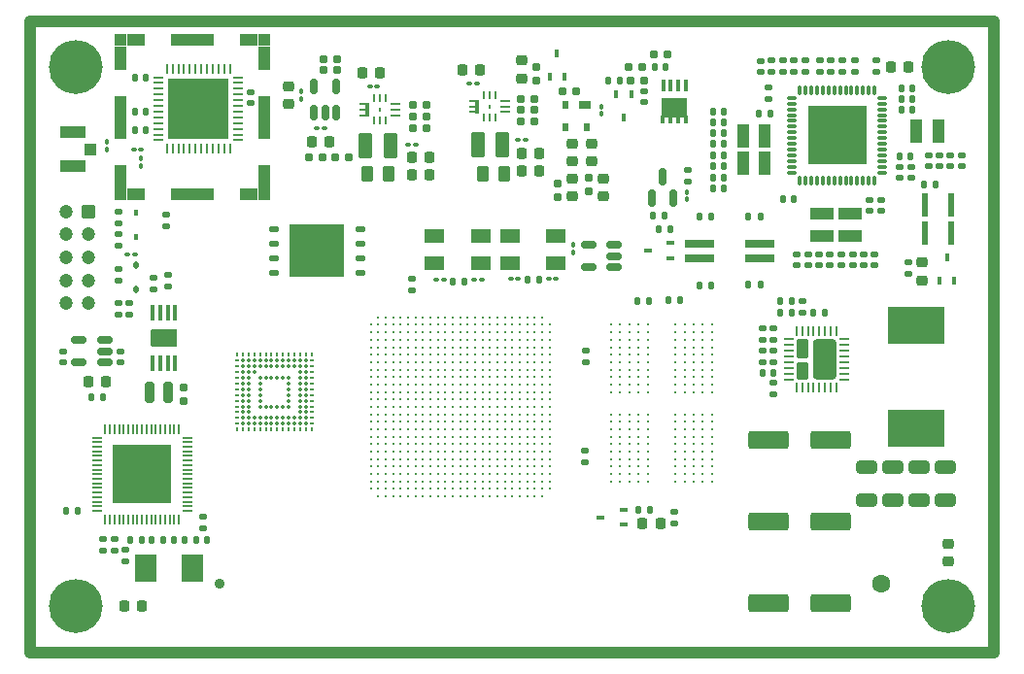
<source format=gbr>
%TF.GenerationSoftware,KiCad,Pcbnew,7.99.0-3539-g7abe2e3ea0*%
%TF.CreationDate,2023-11-26T19:51:46+01:00*%
%TF.ProjectId,SBC,5342432e-6b69-4636-9164-5f7063625858,rev?*%
%TF.SameCoordinates,Original*%
%TF.FileFunction,Soldermask,Top*%
%TF.FilePolarity,Negative*%
%FSLAX46Y46*%
G04 Gerber Fmt 4.6, Leading zero omitted, Abs format (unit mm)*
G04 Created by KiCad (PCBNEW 7.99.0-3539-g7abe2e3ea0) date 2023-11-26 19:51:46*
%MOMM*%
%LPD*%
G01*
G04 APERTURE LIST*
G04 Aperture macros list*
%AMRoundRect*
0 Rectangle with rounded corners*
0 $1 Rounding radius*
0 $2 $3 $4 $5 $6 $7 $8 $9 X,Y pos of 4 corners*
0 Add a 4 corners polygon primitive as box body*
4,1,4,$2,$3,$4,$5,$6,$7,$8,$9,$2,$3,0*
0 Add four circle primitives for the rounded corners*
1,1,$1+$1,$2,$3*
1,1,$1+$1,$4,$5*
1,1,$1+$1,$6,$7*
1,1,$1+$1,$8,$9*
0 Add four rect primitives between the rounded corners*
20,1,$1+$1,$2,$3,$4,$5,0*
20,1,$1+$1,$4,$5,$6,$7,0*
20,1,$1+$1,$6,$7,$8,$9,0*
20,1,$1+$1,$8,$9,$2,$3,0*%
G04 Aperture macros list end*
%ADD10C,1.000000*%
%ADD11RoundRect,0.218750X0.256250X-0.218750X0.256250X0.218750X-0.256250X0.218750X-0.256250X-0.218750X0*%
%ADD12RoundRect,0.135000X-0.135000X-0.185000X0.135000X-0.185000X0.135000X0.185000X-0.135000X0.185000X0*%
%ADD13RoundRect,0.250000X-0.350000X0.350000X-0.350000X-0.350000X0.350000X-0.350000X0.350000X0.350000X0*%
%ADD14C,1.200000*%
%ADD15RoundRect,0.125000X0.262500X0.125000X-0.262500X0.125000X-0.262500X-0.125000X0.262500X-0.125000X0*%
%ADD16R,4.700000X4.600000*%
%ADD17RoundRect,0.150000X0.512500X0.150000X-0.512500X0.150000X-0.512500X-0.150000X0.512500X-0.150000X0*%
%ADD18RoundRect,0.135000X0.135000X0.185000X-0.135000X0.185000X-0.135000X-0.185000X0.135000X-0.185000X0*%
%ADD19RoundRect,0.140000X-0.170000X0.140000X-0.170000X-0.140000X0.170000X-0.140000X0.170000X0.140000X0*%
%ADD20RoundRect,0.140000X0.140000X0.170000X-0.140000X0.170000X-0.140000X-0.170000X0.140000X-0.170000X0*%
%ADD21RoundRect,0.135000X0.185000X-0.135000X0.185000X0.135000X-0.185000X0.135000X-0.185000X-0.135000X0*%
%ADD22RoundRect,0.160000X-0.160000X0.197500X-0.160000X-0.197500X0.160000X-0.197500X0.160000X0.197500X0*%
%ADD23R,0.250000X0.700000*%
%ADD24R,0.900000X0.250000*%
%ADD25R,0.400000X1.250000*%
%ADD26R,0.250000X0.400000*%
%ADD27RoundRect,0.160000X-0.197500X-0.160000X0.197500X-0.160000X0.197500X0.160000X-0.197500X0.160000X0*%
%ADD28RoundRect,0.140000X0.170000X-0.140000X0.170000X0.140000X-0.170000X0.140000X-0.170000X-0.140000X0*%
%ADD29RoundRect,0.100000X-0.100000X0.130000X-0.100000X-0.130000X0.100000X-0.130000X0.100000X0.130000X0*%
%ADD30RoundRect,0.062500X0.062500X-0.337500X0.062500X0.337500X-0.062500X0.337500X-0.062500X-0.337500X0*%
%ADD31RoundRect,0.062500X0.337500X-0.062500X0.337500X0.062500X-0.337500X0.062500X-0.337500X-0.062500X0*%
%ADD32R,5.300000X5.300000*%
%ADD33R,2.000000X1.100000*%
%ADD34RoundRect,0.140000X-0.140000X-0.170000X0.140000X-0.170000X0.140000X0.170000X-0.140000X0.170000X0*%
%ADD35RoundRect,0.062500X-0.375000X-0.062500X0.375000X-0.062500X0.375000X0.062500X-0.375000X0.062500X0*%
%ADD36RoundRect,0.062500X-0.062500X-0.375000X0.062500X-0.375000X0.062500X0.375000X-0.062500X0.375000X0*%
%ADD37RoundRect,0.106599X0.418401X0.723401X-0.418401X0.723401X-0.418401X-0.723401X0.418401X-0.723401X0*%
%ADD38RoundRect,0.106599X0.418401X0.633401X-0.418401X0.633401X-0.418401X-0.633401X0.418401X-0.633401X0*%
%ADD39RoundRect,0.200000X0.785000X-1.540000X0.785000X1.540000X-0.785000X1.540000X-0.785000X-1.540000X0*%
%ADD40RoundRect,0.100000X-0.130000X-0.100000X0.130000X-0.100000X0.130000X0.100000X-0.130000X0.100000X0*%
%ADD41C,0.270000*%
%ADD42RoundRect,0.100000X0.100000X-0.130000X0.100000X0.130000X-0.100000X0.130000X-0.100000X-0.130000X0*%
%ADD43R,1.000000X1.000000*%
%ADD44R,1.000000X2.130000*%
%ADD45R,1.000000X3.800000*%
%ADD46R,1.650000X1.000000*%
%ADD47R,3.800000X1.000000*%
%ADD48RoundRect,0.225000X-0.225000X-0.250000X0.225000X-0.250000X0.225000X0.250000X-0.225000X0.250000X0*%
%ADD49RoundRect,0.160000X0.197500X0.160000X-0.197500X0.160000X-0.197500X-0.160000X0.197500X-0.160000X0*%
%ADD50RoundRect,0.135000X-0.185000X0.135000X-0.185000X-0.135000X0.185000X-0.135000X0.185000X0.135000X0*%
%ADD51RoundRect,0.250000X-0.650000X0.325000X-0.650000X-0.325000X0.650000X-0.325000X0.650000X0.325000X0*%
%ADD52R,1.100000X2.000000*%
%ADD53RoundRect,0.225000X0.225000X0.250000X-0.225000X0.250000X-0.225000X-0.250000X0.225000X-0.250000X0*%
%ADD54RoundRect,0.250000X1.500000X0.550000X-1.500000X0.550000X-1.500000X-0.550000X1.500000X-0.550000X0*%
%ADD55R,0.450000X0.700000*%
%ADD56RoundRect,0.218750X-0.218750X-0.256250X0.218750X-0.256250X0.218750X0.256250X-0.218750X0.256250X0*%
%ADD57O,0.200000X0.350000*%
%ADD58O,0.350000X0.200000*%
%ADD59C,0.350000*%
%ADD60RoundRect,0.100000X0.130000X0.100000X-0.130000X0.100000X-0.130000X-0.100000X0.130000X-0.100000X0*%
%ADD61R,0.700000X0.450000*%
%ADD62RoundRect,0.225000X0.250000X-0.225000X0.250000X0.225000X-0.250000X0.225000X-0.250000X-0.225000X0*%
%ADD63R,0.450000X1.450000*%
%ADD64C,0.300000*%
%ADD65RoundRect,0.076200X1.066800X0.685800X-1.066800X0.685800X-1.066800X-0.685800X1.066800X-0.685800X0*%
%ADD66C,3.100000*%
%ADD67C,4.700000*%
%ADD68RoundRect,0.173913X-0.226087X-0.726087X0.226087X-0.726087X0.226087X0.726087X-0.226087X0.726087X0*%
%ADD69RoundRect,0.025000X-0.225000X-0.975000X0.225000X-0.975000X0.225000X0.975000X-0.225000X0.975000X0*%
%ADD70R,0.450000X0.600000*%
%ADD71R,4.950000X3.175000*%
%ADD72C,0.330200*%
%ADD73RoundRect,0.067500X-0.357500X-0.067500X0.357500X-0.067500X0.357500X0.067500X-0.357500X0.067500X0*%
%ADD74RoundRect,0.067500X-0.067500X0.357500X-0.067500X-0.357500X0.067500X-0.357500X0.067500X0.357500X0*%
%ADD75R,5.060000X5.200000*%
%ADD76RoundRect,0.250000X0.262500X0.450000X-0.262500X0.450000X-0.262500X-0.450000X0.262500X-0.450000X0*%
%ADD77R,0.405000X0.990000*%
%ADD78R,2.235000X1.725000*%
%ADD79R,0.406250X0.760000*%
%ADD80R,1.900000X2.400000*%
%ADD81RoundRect,0.050000X0.362500X0.050000X-0.362500X0.050000X-0.362500X-0.050000X0.362500X-0.050000X0*%
%ADD82RoundRect,0.050000X0.050000X0.362500X-0.050000X0.362500X-0.050000X-0.362500X0.050000X-0.362500X0*%
%ADD83R,5.200000X5.200000*%
%ADD84R,2.650000X0.760000*%
%ADD85RoundRect,0.250000X-0.375000X-0.850000X0.375000X-0.850000X0.375000X0.850000X-0.375000X0.850000X0*%
%ADD86R,1.000000X0.700000*%
%ADD87R,0.600000X0.700000*%
%ADD88RoundRect,0.112500X0.112500X-0.187500X0.112500X0.187500X-0.112500X0.187500X-0.112500X-0.187500X0*%
%ADD89R,1.800000X1.200000*%
%ADD90R,1.050000X1.000000*%
%ADD91R,2.200000X1.050000*%
%ADD92RoundRect,0.225000X-0.250000X0.225000X-0.250000X-0.225000X0.250000X-0.225000X0.250000X0.225000X0*%
%ADD93RoundRect,0.150000X0.150000X-0.512500X0.150000X0.512500X-0.150000X0.512500X-0.150000X-0.512500X0*%
%ADD94RoundRect,0.150000X0.150000X-0.587500X0.150000X0.587500X-0.150000X0.587500X-0.150000X-0.587500X0*%
%ADD95C,1.600000*%
%ADD96C,0.900000*%
G04 APERTURE END LIST*
D10*
X57565481Y-77545014D02*
X141565481Y-77545014D01*
X141565481Y-132545014D01*
X57565481Y-132545014D01*
X57565481Y-77545014D01*
D11*
%TO.C,D4*%
X104809481Y-89762514D03*
X104809481Y-88187514D03*
%TD*%
D12*
%TO.C,R83*%
X60720000Y-120192900D03*
X61740000Y-120192900D03*
%TD*%
D13*
%TO.C,J2*%
X62677481Y-94118014D03*
D14*
X60677481Y-94118014D03*
X62677481Y-96118014D03*
X60677481Y-96118014D03*
X62677481Y-98118014D03*
X60677481Y-98118014D03*
X62677481Y-100118014D03*
X60677481Y-100118014D03*
X62677481Y-102118014D03*
X60677481Y-102118014D03*
%TD*%
D15*
%TO.C,U14*%
X86320000Y-99450014D03*
X86320000Y-98180014D03*
X86320000Y-96910014D03*
X86320000Y-95640014D03*
X78820000Y-95640014D03*
X78820000Y-96910014D03*
X78820000Y-98180014D03*
X78820000Y-99450014D03*
D16*
X82570000Y-97545014D03*
%TD*%
D17*
%TO.C,U10*%
X108486981Y-98951014D03*
X108486981Y-98001014D03*
X108486981Y-97051014D03*
X106211981Y-97051014D03*
X106211981Y-98951014D03*
%TD*%
D18*
%TO.C,R65*%
X111593381Y-120115414D03*
X110573381Y-120115414D03*
%TD*%
D19*
%TO.C,C17*%
X122343462Y-109070028D03*
X122343462Y-110030028D03*
%TD*%
D20*
%TO.C,C60*%
X124120000Y-93030400D03*
X123160000Y-93030400D03*
%TD*%
D21*
%TO.C,R3*%
X122318462Y-105355028D03*
X122318462Y-104335028D03*
%TD*%
D19*
%TO.C,C272*%
X65882500Y-123650400D03*
X65882500Y-124610400D03*
%TD*%
D22*
%TO.C,R31*%
X106206481Y-91168514D03*
X106206481Y-92363514D03*
%TD*%
D20*
%TO.C,C54*%
X118023462Y-92112527D03*
X117063462Y-92112527D03*
%TD*%
D19*
%TO.C,C266*%
X63920000Y-122712900D03*
X63920000Y-123672900D03*
%TD*%
%TO.C,C34*%
X129243462Y-97877528D03*
X129243462Y-98837528D03*
%TD*%
D11*
%TO.C,D5*%
X135314881Y-100151114D03*
X135314881Y-98576114D03*
%TD*%
D23*
%TO.C,U5*%
X87552481Y-86170014D03*
X88052481Y-86170014D03*
X88552481Y-86170014D03*
D24*
X89402481Y-85720014D03*
X89402481Y-85220014D03*
X89402481Y-84720014D03*
D23*
X88552481Y-84270014D03*
X88052481Y-84270014D03*
X87552481Y-84270014D03*
D24*
X86702481Y-85720014D03*
X86702481Y-85220014D03*
D25*
X86952481Y-85220014D03*
D24*
X86702481Y-84720014D03*
D26*
X88052481Y-85220014D03*
%TD*%
D18*
%TO.C,R85*%
X67292500Y-122730400D03*
X66272500Y-122730400D03*
%TD*%
D27*
%TO.C,R23*%
X83129981Y-81818014D03*
X84324981Y-81818014D03*
%TD*%
D21*
%TO.C,R75*%
X65277481Y-97128014D03*
X65277481Y-96108014D03*
%TD*%
D28*
%TO.C,C63*%
X111093000Y-84608000D03*
X111093000Y-83648000D03*
%TD*%
D21*
%TO.C,R9*%
X129458462Y-81970028D03*
X129458462Y-80950028D03*
%TD*%
D29*
%TO.C,C65*%
X81227481Y-83685514D03*
X81227481Y-84325514D03*
%TD*%
D19*
%TO.C,C39*%
X130193462Y-97877528D03*
X130193462Y-98837528D03*
%TD*%
D30*
%TO.C,U16*%
X69477481Y-88618014D03*
X69977481Y-88618014D03*
X70477481Y-88618014D03*
X70977481Y-88618014D03*
X71477481Y-88618014D03*
X71977481Y-88618014D03*
X72477481Y-88618014D03*
X72977481Y-88618014D03*
X73477481Y-88618014D03*
X73977481Y-88618014D03*
X74477481Y-88618014D03*
X74977481Y-88618014D03*
D31*
X75677481Y-87918014D03*
X75677481Y-87418014D03*
X75677481Y-86918014D03*
X75677481Y-86418014D03*
X75677481Y-85918014D03*
X75677481Y-85418014D03*
X75677481Y-84918014D03*
X75677481Y-84418014D03*
X75677481Y-83918014D03*
X75677481Y-83418014D03*
X75677481Y-82918014D03*
X75677481Y-82418014D03*
D30*
X74977481Y-81718014D03*
X74477481Y-81718014D03*
X73977481Y-81718014D03*
X73477481Y-81718014D03*
X72977481Y-81718014D03*
X72477481Y-81718014D03*
X71977481Y-81718014D03*
X71477481Y-81718014D03*
X70977481Y-81718014D03*
X70477481Y-81718014D03*
X69977481Y-81718014D03*
X69477481Y-81718014D03*
D31*
X68777481Y-82418014D03*
X68777481Y-82918014D03*
X68777481Y-83418014D03*
X68777481Y-83918014D03*
X68777481Y-84418014D03*
X68777481Y-84918014D03*
X68777481Y-85418014D03*
X68777481Y-85918014D03*
X68777481Y-86418014D03*
X68777481Y-86918014D03*
X68777481Y-87418014D03*
X68777481Y-87918014D03*
D32*
X72227481Y-85168014D03*
%TD*%
D19*
%TO.C,C38*%
X137780000Y-89230400D03*
X137780000Y-90190400D03*
%TD*%
%TO.C,C59*%
X130755962Y-93090028D03*
X130755962Y-94050028D03*
%TD*%
D33*
%TO.C,L5*%
X126593462Y-94325028D03*
X126593462Y-96225028D03*
%TD*%
D34*
%TO.C,C62*%
X133505962Y-85270028D03*
X134465962Y-85270028D03*
%TD*%
D35*
%TO.C,U2*%
X123655962Y-105270028D03*
X123655962Y-105770028D03*
X123655962Y-106270028D03*
X123655962Y-106770028D03*
X123655962Y-107270028D03*
X123655962Y-107770028D03*
X123655962Y-108270028D03*
X123655962Y-108770028D03*
D36*
X124343462Y-109457528D03*
X124843462Y-109457528D03*
X125343462Y-109457528D03*
X125843462Y-109457528D03*
X126343462Y-109457528D03*
X126843462Y-109457528D03*
X127343462Y-109457528D03*
X127843462Y-109457528D03*
D35*
X128530962Y-108770028D03*
X128530962Y-108270028D03*
X128530962Y-107770028D03*
X128530962Y-107270028D03*
X128530962Y-106770028D03*
X128530962Y-106270028D03*
X128530962Y-105770028D03*
X128530962Y-105270028D03*
D36*
X127843462Y-104582528D03*
X127343462Y-104582528D03*
X126843462Y-104582528D03*
X126343462Y-104582528D03*
X125843462Y-104582528D03*
X125343462Y-104582528D03*
X124843462Y-104582528D03*
X124343462Y-104582528D03*
D37*
X124878462Y-106110028D03*
D38*
X124878462Y-108020028D03*
D39*
X126848462Y-107020028D03*
%TD*%
D40*
%TO.C,C74*%
X90526481Y-88268014D03*
X91166481Y-88268014D03*
%TD*%
D20*
%TO.C,C1*%
X122373462Y-108170028D03*
X121413462Y-108170028D03*
%TD*%
D21*
%TO.C,R1*%
X122318462Y-107280028D03*
X122318462Y-106260028D03*
%TD*%
D41*
%TO.C,U12*%
X108195000Y-104005400D03*
X108995000Y-104005400D03*
X109795000Y-104005400D03*
X110595000Y-104005400D03*
X111395000Y-104005400D03*
X113795000Y-104005400D03*
X114595000Y-104005400D03*
X115395000Y-104005400D03*
X116195000Y-104005400D03*
X116995000Y-104005400D03*
X108195000Y-117005400D03*
X108995000Y-117005400D03*
X109795000Y-117005400D03*
X110595000Y-117005400D03*
X111395000Y-117005400D03*
X113795000Y-117005400D03*
X114595000Y-117005400D03*
X115395000Y-117005400D03*
X116195000Y-117005400D03*
X116995000Y-117005400D03*
X108195000Y-117655400D03*
X108995000Y-117655400D03*
X109795000Y-117655400D03*
X110595000Y-117655400D03*
X111395000Y-117655400D03*
X113795000Y-117655400D03*
X114595000Y-117655400D03*
X115395000Y-117655400D03*
X116195000Y-117655400D03*
X116995000Y-117655400D03*
X108195000Y-104655400D03*
X108995000Y-104655400D03*
X109795000Y-104655400D03*
X110595000Y-104655400D03*
X111395000Y-104655400D03*
X113795000Y-104655400D03*
X114595000Y-104655400D03*
X115395000Y-104655400D03*
X116195000Y-104655400D03*
X116995000Y-104655400D03*
X108195000Y-105305400D03*
X108995000Y-105305400D03*
X109795000Y-105305400D03*
X110595000Y-105305400D03*
X111395000Y-105305400D03*
X113795000Y-105305400D03*
X114595000Y-105305400D03*
X115395000Y-105305400D03*
X116195000Y-105305400D03*
X116995000Y-105305400D03*
X108195000Y-105955400D03*
X108995000Y-105955400D03*
X109795000Y-105955400D03*
X110595000Y-105955400D03*
X111395000Y-105955400D03*
X113795000Y-105955400D03*
X114595000Y-105955400D03*
X115395000Y-105955400D03*
X116195000Y-105955400D03*
X116995000Y-105955400D03*
X108195000Y-106605400D03*
X108995000Y-106605400D03*
X109795000Y-106605400D03*
X110595000Y-106605400D03*
X111395000Y-106605400D03*
X113795000Y-106605400D03*
X114595000Y-106605400D03*
X115395000Y-106605400D03*
X116195000Y-106605400D03*
X116995000Y-106605400D03*
X108195000Y-107255400D03*
X108995000Y-107255400D03*
X109795000Y-107255400D03*
X110595000Y-107255400D03*
X111395000Y-107255400D03*
X113795000Y-107255400D03*
X114595000Y-107255400D03*
X115395000Y-107255400D03*
X116195000Y-107255400D03*
X116995000Y-107255400D03*
X108195000Y-107905400D03*
X108995000Y-107905400D03*
X109795000Y-107905400D03*
X110595000Y-107905400D03*
X111395000Y-107905400D03*
X113795000Y-107905400D03*
X114595000Y-107905400D03*
X115395000Y-107905400D03*
X116195000Y-107905400D03*
X116995000Y-107905400D03*
X108195000Y-108555400D03*
X108995000Y-108555400D03*
X109795000Y-108555400D03*
X110595000Y-108555400D03*
X111395000Y-108555400D03*
X113795000Y-108555400D03*
X114595000Y-108555400D03*
X115395000Y-108555400D03*
X116195000Y-108555400D03*
X116995000Y-108555400D03*
X108195000Y-109205400D03*
X108995000Y-109205400D03*
X109795000Y-109205400D03*
X110595000Y-109205400D03*
X111395000Y-109205400D03*
X113795000Y-109205400D03*
X114595000Y-109205400D03*
X115395000Y-109205400D03*
X116195000Y-109205400D03*
X116995000Y-109205400D03*
X108195000Y-109855400D03*
X108995000Y-109855400D03*
X109795000Y-109855400D03*
X110595000Y-109855400D03*
X111395000Y-109855400D03*
X113795000Y-109855400D03*
X114595000Y-109855400D03*
X115395000Y-109855400D03*
X116195000Y-109855400D03*
X116995000Y-109855400D03*
X108195000Y-111805400D03*
X108995000Y-111805400D03*
X109795000Y-111805400D03*
X110595000Y-111805400D03*
X111395000Y-111805400D03*
X113795000Y-111805400D03*
X114595000Y-111805400D03*
X115395000Y-111805400D03*
X116195000Y-111805400D03*
X116995000Y-111805400D03*
X108195000Y-112455400D03*
X108995000Y-112455400D03*
X109795000Y-112455400D03*
X110595000Y-112455400D03*
X111395000Y-112455400D03*
X113795000Y-112455400D03*
X114595000Y-112455400D03*
X115395000Y-112455400D03*
X116195000Y-112455400D03*
X116995000Y-112455400D03*
X108195000Y-113105400D03*
X108995000Y-113105400D03*
X109795000Y-113105400D03*
X110595000Y-113105400D03*
X111395000Y-113105400D03*
X113795000Y-113105400D03*
X114595000Y-113105400D03*
X115395000Y-113105400D03*
X116195000Y-113105400D03*
X116995000Y-113105400D03*
X108195000Y-113755400D03*
X108995000Y-113755400D03*
X109795000Y-113755400D03*
X110595000Y-113755400D03*
X111395000Y-113755400D03*
X113795000Y-113755400D03*
X114595000Y-113755400D03*
X115395000Y-113755400D03*
X116195000Y-113755400D03*
X116995000Y-113755400D03*
X108195000Y-114405400D03*
X108995000Y-114405400D03*
X109795000Y-114405400D03*
X110595000Y-114405400D03*
X111395000Y-114405400D03*
X113795000Y-114405400D03*
X114595000Y-114405400D03*
X115395000Y-114405400D03*
X116195000Y-114405400D03*
X116995000Y-114405400D03*
X108195000Y-115055400D03*
X108995000Y-115055400D03*
X109795000Y-115055400D03*
X110595000Y-115055400D03*
X111395000Y-115055400D03*
X113795000Y-115055400D03*
X114595000Y-115055400D03*
X115395000Y-115055400D03*
X116195000Y-115055400D03*
X116995000Y-115055400D03*
X108195000Y-115705400D03*
X108995000Y-115705400D03*
X109795000Y-115705400D03*
X110595000Y-115705400D03*
X111395000Y-115705400D03*
X113795000Y-115705400D03*
X114595000Y-115705400D03*
X115395000Y-115705400D03*
X116195000Y-115705400D03*
X116995000Y-115705400D03*
X108195000Y-116355400D03*
X108995000Y-116355400D03*
X109795000Y-116355400D03*
X110595000Y-116355400D03*
X111395000Y-116355400D03*
X113795000Y-116355400D03*
X114595000Y-116355400D03*
X115395000Y-116355400D03*
X116195000Y-116355400D03*
X116995000Y-116355400D03*
%TD*%
D42*
%TO.C,C289*%
X64262481Y-88699014D03*
X64262481Y-88059014D03*
%TD*%
D43*
%TO.C,J4*%
X65444481Y-79175014D03*
D44*
X65444481Y-80740014D03*
D45*
X65444481Y-85905014D03*
D44*
X65444481Y-91070014D03*
D43*
X65444481Y-92635014D03*
D46*
X66769481Y-79175014D03*
X66769481Y-92635014D03*
D47*
X71694481Y-79175014D03*
X71694481Y-92635014D03*
D46*
X76619481Y-79175014D03*
X76619481Y-92635014D03*
D43*
X77944481Y-79175014D03*
D44*
X77944481Y-80740014D03*
D45*
X77944481Y-85905014D03*
D44*
X77944481Y-91070014D03*
D43*
X77944481Y-92635014D03*
%TD*%
D20*
%TO.C,C293*%
X67657481Y-85418014D03*
X66697481Y-85418014D03*
%TD*%
D48*
%TO.C,C75*%
X90833481Y-90935014D03*
X92383481Y-90935014D03*
%TD*%
D49*
%TO.C,R17*%
X111090500Y-82728000D03*
X109895500Y-82728000D03*
%TD*%
D50*
%TO.C,R14*%
X124143462Y-80935028D03*
X124143462Y-81955028D03*
%TD*%
D51*
%TO.C,C46*%
X130443462Y-116370028D03*
X130443462Y-119320028D03*
%TD*%
D18*
%TO.C,R55*%
X111503000Y-101924200D03*
X110483000Y-101924200D03*
%TD*%
D50*
%TO.C,R7*%
X124875481Y-101910614D03*
X124875481Y-102930614D03*
%TD*%
D52*
%TO.C,L1*%
X121568462Y-87525028D03*
X119668462Y-87525028D03*
%TD*%
D53*
%TO.C,C261*%
X134115481Y-81545014D03*
X132565481Y-81545014D03*
%TD*%
D40*
%TO.C,C86*%
X95853286Y-82964214D03*
X96493286Y-82964214D03*
%TD*%
D29*
%TO.C,C140*%
X104916581Y-97051014D03*
X104916581Y-97691014D03*
%TD*%
D50*
%TO.C,R47*%
X114865481Y-90535014D03*
X114865481Y-91555014D03*
%TD*%
D20*
%TO.C,C49*%
X118023462Y-90175861D03*
X117063462Y-90175861D03*
%TD*%
D21*
%TO.C,R10*%
X123193462Y-81955028D03*
X123193462Y-80935028D03*
%TD*%
D54*
%TO.C,C20*%
X127293462Y-121170028D03*
X121893462Y-121170028D03*
%TD*%
D48*
%TO.C,C85*%
X100412286Y-90584214D03*
X101962286Y-90584214D03*
%TD*%
D52*
%TO.C,L4*%
X134818462Y-87125028D03*
X136718462Y-87125028D03*
%TD*%
D20*
%TO.C,C44*%
X118023462Y-89207528D03*
X117063462Y-89207528D03*
%TD*%
D48*
%TO.C,C73*%
X82094481Y-88033514D03*
X83644481Y-88033514D03*
%TD*%
D55*
%TO.C,Q3*%
X102831767Y-82347095D03*
X104131767Y-82347095D03*
X103481767Y-80347095D03*
%TD*%
D19*
%TO.C,C53*%
X131705962Y-93090028D03*
X131705962Y-94050028D03*
%TD*%
D20*
%TO.C,C292*%
X67657481Y-87018014D03*
X66697481Y-87018014D03*
%TD*%
D19*
%TO.C,C26*%
X128318462Y-80965028D03*
X128318462Y-81925028D03*
%TD*%
D56*
%TO.C,FB4*%
X62632500Y-108992900D03*
X64207500Y-108992900D03*
%TD*%
D49*
%TO.C,R25*%
X92078981Y-86871014D03*
X90883981Y-86871014D03*
%TD*%
D40*
%TO.C,C137*%
X102743481Y-99963014D03*
X103383481Y-99963014D03*
%TD*%
D28*
%TO.C,C64*%
X65470000Y-107258462D03*
X65470000Y-106298462D03*
%TD*%
D12*
%TO.C,R67*%
X115934681Y-94563014D03*
X116954681Y-94563014D03*
%TD*%
D52*
%TO.C,L2*%
X121568462Y-89925028D03*
X119668462Y-89925028D03*
%TD*%
D48*
%TO.C,C76*%
X86515481Y-82045014D03*
X88065481Y-82045014D03*
%TD*%
D57*
%TO.C,U13*%
X75600000Y-106625000D03*
X76100000Y-106625000D03*
X76600000Y-106625000D03*
X77100000Y-106625000D03*
X77600000Y-106625000D03*
X78100000Y-106625000D03*
X78600000Y-106625000D03*
X79100000Y-106625000D03*
X79600000Y-106625000D03*
X80100000Y-106625000D03*
X80600000Y-106625000D03*
X81100000Y-106625000D03*
X81600000Y-106625000D03*
X82100000Y-106625000D03*
D58*
X75600000Y-107125000D03*
D59*
X76100000Y-107125000D03*
X76600000Y-107125000D03*
X77100000Y-107125000D03*
X77600000Y-107125000D03*
X78100000Y-107125000D03*
X78600000Y-107125000D03*
X79100000Y-107125000D03*
X79600000Y-107125000D03*
X80100000Y-107125000D03*
X80600000Y-107125000D03*
X81100000Y-107125000D03*
X81600000Y-107125000D03*
D58*
X82100000Y-107125000D03*
X75600000Y-107625000D03*
D59*
X76100000Y-107625000D03*
X76600000Y-107625000D03*
X77100000Y-107625000D03*
X77600000Y-107625000D03*
X78100000Y-107625000D03*
X78600000Y-107625000D03*
X79100000Y-107625000D03*
X79600000Y-107625000D03*
X80100000Y-107625000D03*
X80600000Y-107625000D03*
X81100000Y-107625000D03*
X81600000Y-107625000D03*
D58*
X82100000Y-107625000D03*
X75600000Y-108125000D03*
D59*
X76100000Y-108125000D03*
X76600000Y-108125000D03*
X77100000Y-108125000D03*
X81100000Y-108125000D03*
X81600000Y-108125000D03*
D58*
X82100000Y-108125000D03*
X75600000Y-108625000D03*
D59*
X76100000Y-108625000D03*
X76600000Y-108625000D03*
X77600000Y-108625000D03*
X78100000Y-108625000D03*
X78600000Y-108625000D03*
X79100000Y-108625000D03*
X79600000Y-108625000D03*
X80100000Y-108625000D03*
X81100000Y-108625000D03*
X81600000Y-108625000D03*
D58*
X82100000Y-108625000D03*
X75600000Y-109125000D03*
D59*
X76100000Y-109125000D03*
X76600000Y-109125000D03*
X77600000Y-109125000D03*
X80100000Y-109125000D03*
X81100000Y-109125000D03*
X81600000Y-109125000D03*
D58*
X82100000Y-109125000D03*
X75600000Y-109625000D03*
D59*
X76100000Y-109625000D03*
X76600000Y-109625000D03*
X77600000Y-109625000D03*
X80100000Y-109625000D03*
X81100000Y-109625000D03*
X81600000Y-109625000D03*
D58*
X82100000Y-109625000D03*
X75600000Y-110125000D03*
D59*
X76100000Y-110125000D03*
X76600000Y-110125000D03*
X77600000Y-110125000D03*
X80100000Y-110125000D03*
X81100000Y-110125000D03*
X81600000Y-110125000D03*
D58*
X82100000Y-110125000D03*
X75600000Y-110625000D03*
D59*
X76100000Y-110625000D03*
X76600000Y-110625000D03*
X77600000Y-110625000D03*
X80100000Y-110625000D03*
X81100000Y-110625000D03*
X81600000Y-110625000D03*
D58*
X82100000Y-110625000D03*
X75600000Y-111125000D03*
D59*
X76100000Y-111125000D03*
X76600000Y-111125000D03*
X77600000Y-111125000D03*
X78100000Y-111125000D03*
X78600000Y-111125000D03*
X79100000Y-111125000D03*
X79600000Y-111125000D03*
X80100000Y-111125000D03*
X81100000Y-111125000D03*
X81600000Y-111125000D03*
D58*
X82100000Y-111125000D03*
X75600000Y-111625000D03*
D59*
X76100000Y-111625000D03*
X76600000Y-111625000D03*
X81100000Y-111625000D03*
X81600000Y-111625000D03*
D58*
X82100000Y-111625000D03*
X75600000Y-112125000D03*
D59*
X76100000Y-112125000D03*
X76600000Y-112125000D03*
X77100000Y-112125000D03*
X77600000Y-112125000D03*
X78100000Y-112125000D03*
X78600000Y-112125000D03*
X79100000Y-112125000D03*
X79600000Y-112125000D03*
X80100000Y-112125000D03*
X80600000Y-112125000D03*
X81100000Y-112125000D03*
X81600000Y-112125000D03*
D58*
X82100000Y-112125000D03*
X75600000Y-112625000D03*
D59*
X76100000Y-112625000D03*
X76600000Y-112625000D03*
X77100000Y-112625000D03*
X77600000Y-112625000D03*
X78100000Y-112625000D03*
X78600000Y-112625000D03*
X79100000Y-112625000D03*
X79600000Y-112625000D03*
X80100000Y-112625000D03*
X80600000Y-112625000D03*
X81100000Y-112625000D03*
X81600000Y-112625000D03*
D58*
X82100000Y-112625000D03*
D57*
X75600000Y-113125000D03*
X76100000Y-113125000D03*
X76600000Y-113125000D03*
X77100000Y-113125000D03*
X77600000Y-113125000D03*
X78100000Y-113125000D03*
X78600000Y-113125000D03*
X79100000Y-113125000D03*
X79600000Y-113125000D03*
X80100000Y-113125000D03*
X80600000Y-113125000D03*
X81100000Y-113125000D03*
X81600000Y-113125000D03*
X82100000Y-113125000D03*
%TD*%
D50*
%TO.C,R12*%
X122193462Y-80935028D03*
X122193462Y-81955028D03*
%TD*%
D27*
%TO.C,R19*%
X84127481Y-89418014D03*
X85322481Y-89418014D03*
%TD*%
D48*
%TO.C,C77*%
X90833481Y-89411014D03*
X92383481Y-89411014D03*
%TD*%
D54*
%TO.C,C27*%
X127293462Y-114070028D03*
X121893462Y-114070028D03*
%TD*%
D40*
%TO.C,C78*%
X87158481Y-83188014D03*
X87798481Y-83188014D03*
%TD*%
D21*
%TO.C,R63*%
X134070281Y-99594214D03*
X134070281Y-98574214D03*
%TD*%
%TO.C,R2*%
X121368462Y-107280028D03*
X121368462Y-106260028D03*
%TD*%
D12*
%TO.C,R66*%
X120172481Y-94563014D03*
X121192481Y-94563014D03*
%TD*%
D33*
%TO.C,L3*%
X128993462Y-94325028D03*
X128993462Y-96225028D03*
%TD*%
D60*
%TO.C,C108*%
X93604481Y-100090014D03*
X92964481Y-100090014D03*
%TD*%
D61*
%TO.C,Q6*%
X113394681Y-98169814D03*
X113394681Y-96869814D03*
X111394681Y-97519814D03*
%TD*%
D20*
%TO.C,C50*%
X118023462Y-87307528D03*
X117063462Y-87307528D03*
%TD*%
D62*
%TO.C,C80*%
X107476481Y-92798014D03*
X107476481Y-91248014D03*
%TD*%
D63*
%TO.C,U6*%
X68245000Y-107330400D03*
X68895000Y-107330400D03*
X69545000Y-107330400D03*
X70195000Y-107330400D03*
X70195000Y-102930400D03*
X69545000Y-102930400D03*
X68895000Y-102930400D03*
D64*
X68720000Y-105630400D03*
X69220000Y-105630400D03*
X69720000Y-105630400D03*
D65*
X69220000Y-105130400D03*
D64*
X68720000Y-104630400D03*
X69220000Y-104630400D03*
X69720000Y-104630400D03*
D63*
X68245000Y-102930400D03*
%TD*%
D66*
%TO.C,H3*%
X61565481Y-81545014D03*
D67*
X61565481Y-81545014D03*
%TD*%
D21*
%TO.C,R35*%
X90820000Y-101042014D03*
X90820000Y-100022014D03*
%TD*%
D62*
%TO.C,C264*%
X137567200Y-124662600D03*
X137567200Y-123112600D03*
%TD*%
D49*
%TO.C,R18*%
X83074981Y-89418014D03*
X81879981Y-89418014D03*
%TD*%
D19*
%TO.C,C32*%
X127243462Y-97877528D03*
X127243462Y-98837528D03*
%TD*%
D50*
%TO.C,R45*%
X121915481Y-83285014D03*
X121915481Y-84305014D03*
%TD*%
D12*
%TO.C,R69*%
X115934681Y-100557414D03*
X116954681Y-100557414D03*
%TD*%
D40*
%TO.C,C82*%
X100105286Y-87917214D03*
X100745286Y-87917214D03*
%TD*%
D20*
%TO.C,C16*%
X134465962Y-83370028D03*
X133505962Y-83370028D03*
%TD*%
D68*
%TO.C,L7*%
X69620000Y-109930400D03*
X68020000Y-109930400D03*
%TD*%
D69*
%TO.C,SW2*%
X137815481Y-96045014D03*
X135515481Y-96045014D03*
%TD*%
D12*
%TO.C,R84*%
X68172500Y-122730400D03*
X69192500Y-122730400D03*
%TD*%
D69*
%TO.C,SW1*%
X137815481Y-93545014D03*
X135515481Y-93545014D03*
%TD*%
D66*
%TO.C,H1*%
X137565481Y-81545014D03*
D67*
X137565481Y-81545014D03*
%TD*%
D28*
%TO.C,C48*%
X121193462Y-81945028D03*
X121193462Y-80985028D03*
%TD*%
D51*
%TO.C,C42*%
X132743462Y-116370028D03*
X132743462Y-119320028D03*
%TD*%
D18*
%TO.C,R46*%
X136475481Y-91745014D03*
X135455481Y-91745014D03*
%TD*%
D70*
%TO.C,D8*%
X66827481Y-96368014D03*
X66827481Y-94268014D03*
%TD*%
D71*
%TO.C,L6*%
X134793462Y-104012528D03*
X134793462Y-113027528D03*
%TD*%
D72*
%TO.C,U9*%
X87245000Y-118305400D03*
X87245000Y-117655400D03*
X87245000Y-117005400D03*
X87245000Y-116355400D03*
X87245000Y-115705400D03*
X87245000Y-115055400D03*
X87245000Y-114405400D03*
X87245000Y-113755400D03*
X87245000Y-113105400D03*
X87245000Y-112455400D03*
X87245000Y-111805400D03*
X87245000Y-111155400D03*
X87245000Y-110505400D03*
X87245000Y-109855400D03*
X87245000Y-109205400D03*
X87245000Y-108555400D03*
X87245000Y-107905400D03*
X87245000Y-107255400D03*
X87245000Y-106605400D03*
X87245000Y-105955400D03*
X87245000Y-105305400D03*
X87245000Y-104655400D03*
X87245000Y-104005400D03*
X100245000Y-118955400D03*
X100245000Y-118305400D03*
X100245000Y-117655400D03*
X100245000Y-117005400D03*
X100245000Y-116355400D03*
X100245000Y-115705400D03*
X100245000Y-115055400D03*
X100245000Y-114405400D03*
X100245000Y-113755400D03*
X100245000Y-113105400D03*
X100245000Y-112455400D03*
X100245000Y-111805400D03*
X100245000Y-111155400D03*
X100245000Y-110505400D03*
X100245000Y-109855400D03*
X100245000Y-109205400D03*
X100245000Y-108555400D03*
X100245000Y-107905400D03*
X100245000Y-107255400D03*
X100245000Y-106605400D03*
X100245000Y-105955400D03*
X100245000Y-105305400D03*
X100245000Y-104655400D03*
X100245000Y-104005400D03*
X100245000Y-103355400D03*
X100895000Y-118955400D03*
X100895000Y-118305400D03*
X100895000Y-117655400D03*
X100895000Y-117005400D03*
X100895000Y-116355400D03*
X100895000Y-115705400D03*
X100895000Y-115055400D03*
X100895000Y-114405400D03*
X100895000Y-113755400D03*
X100895000Y-113105400D03*
X100895000Y-112455400D03*
X100895000Y-111805400D03*
X100895000Y-111155400D03*
X100895000Y-110505400D03*
X100895000Y-109855400D03*
X100895000Y-109205400D03*
X100895000Y-108555400D03*
X100895000Y-107905400D03*
X100895000Y-107255400D03*
X100895000Y-106605400D03*
X100895000Y-105955400D03*
X100895000Y-105305400D03*
X100895000Y-104655400D03*
X100895000Y-104005400D03*
X100895000Y-103355400D03*
X101545000Y-118955400D03*
X101545000Y-118305400D03*
X101545000Y-117655400D03*
X101545000Y-117005400D03*
X101545000Y-116355400D03*
X101545000Y-115705400D03*
X101545000Y-115055400D03*
X101545000Y-114405400D03*
X101545000Y-113755400D03*
X101545000Y-113105400D03*
X101545000Y-112455400D03*
X101545000Y-111805400D03*
X101545000Y-111155400D03*
X101545000Y-110505400D03*
X101545000Y-109855400D03*
X101545000Y-109205400D03*
X101545000Y-108555400D03*
X101545000Y-107905400D03*
X101545000Y-107255400D03*
X101545000Y-106605400D03*
X101545000Y-105955400D03*
X101545000Y-105305400D03*
X101545000Y-104655400D03*
X101545000Y-104005400D03*
X101545000Y-103355400D03*
X102195000Y-118955400D03*
X102195000Y-118305400D03*
X102195000Y-117655400D03*
X102195000Y-117005400D03*
X102195000Y-116355400D03*
X102195000Y-115705400D03*
X102195000Y-115055400D03*
X102195000Y-114405400D03*
X102195000Y-113755400D03*
X102195000Y-113105400D03*
X102195000Y-112455400D03*
X102195000Y-111805400D03*
X102195000Y-111155400D03*
X102195000Y-110505400D03*
X102195000Y-109855400D03*
X102195000Y-109205400D03*
X102195000Y-108555400D03*
X102195000Y-107905400D03*
X102195000Y-107255400D03*
X102195000Y-106605400D03*
X102195000Y-105955400D03*
X102195000Y-105305400D03*
X102195000Y-104655400D03*
X102195000Y-104005400D03*
X102195000Y-103355400D03*
X102845000Y-118305400D03*
X102845000Y-117655400D03*
X102845000Y-117005400D03*
X102845000Y-116355400D03*
X102845000Y-115705400D03*
X102845000Y-115055400D03*
X102845000Y-114405400D03*
X102845000Y-113755400D03*
X102845000Y-113105400D03*
X102845000Y-112455400D03*
X102845000Y-111805400D03*
X102845000Y-111155400D03*
X102845000Y-110505400D03*
X102845000Y-109855400D03*
X102845000Y-109205400D03*
X102845000Y-108555400D03*
X102845000Y-107905400D03*
X102845000Y-107255400D03*
X102845000Y-106605400D03*
X102845000Y-105955400D03*
X102845000Y-105305400D03*
X102845000Y-104655400D03*
X102845000Y-104005400D03*
X87895000Y-118955400D03*
X87895000Y-118305400D03*
X87895000Y-117655400D03*
X87895000Y-117005400D03*
X87895000Y-116355400D03*
X87895000Y-115705400D03*
X87895000Y-115055400D03*
X87895000Y-114405400D03*
X87895000Y-113755400D03*
X87895000Y-113105400D03*
X87895000Y-112455400D03*
X87895000Y-111805400D03*
X87895000Y-111155400D03*
X87895000Y-110505400D03*
X87895000Y-109855400D03*
X87895000Y-109205400D03*
X87895000Y-108555400D03*
X87895000Y-107905400D03*
X87895000Y-107255400D03*
X87895000Y-106605400D03*
X87895000Y-105955400D03*
X87895000Y-105305400D03*
X87895000Y-104655400D03*
X87895000Y-104005400D03*
X87895000Y-103355400D03*
X88545000Y-118955400D03*
X88545000Y-118305400D03*
X88545000Y-117655400D03*
X88545000Y-117005400D03*
X88545000Y-116355400D03*
X88545000Y-115705400D03*
X88545000Y-115055400D03*
X88545000Y-114405400D03*
X88545000Y-113755400D03*
X88545000Y-113105400D03*
X88545000Y-112455400D03*
X88545000Y-111805400D03*
X88545000Y-111155400D03*
X88545000Y-110505400D03*
X88545000Y-109855400D03*
X88545000Y-109205400D03*
X88545000Y-108555400D03*
X88545000Y-107905400D03*
X88545000Y-107255400D03*
X88545000Y-106605400D03*
X88545000Y-105955400D03*
X88545000Y-105305400D03*
X88545000Y-104655400D03*
X88545000Y-104005400D03*
X88545000Y-103355400D03*
X89195000Y-118955400D03*
X89195000Y-118305400D03*
X89195000Y-117655400D03*
X89195000Y-117005400D03*
X89195000Y-116355400D03*
X89195000Y-115705400D03*
X89195000Y-115055400D03*
X89195000Y-114405400D03*
X89195000Y-113755400D03*
X89195000Y-113105400D03*
X89195000Y-112455400D03*
X89195000Y-111805400D03*
X89195000Y-111155400D03*
X89195000Y-110505400D03*
X89195000Y-109855400D03*
X89195000Y-109205400D03*
X89195000Y-108555400D03*
X89195000Y-107905400D03*
X89195000Y-107255400D03*
X89195000Y-106605400D03*
X89195000Y-105955400D03*
X89195000Y-105305400D03*
X89195000Y-104655400D03*
X89195000Y-104005400D03*
X89195000Y-103355400D03*
X89845000Y-118955400D03*
X89845000Y-118305400D03*
X89845000Y-117655400D03*
X89845000Y-117005400D03*
X89845000Y-116355400D03*
X89845000Y-115705400D03*
X89845000Y-115055400D03*
X89845000Y-114405400D03*
X89845000Y-113755400D03*
X89845000Y-113105400D03*
X89845000Y-112455400D03*
X89845000Y-111805400D03*
X89845000Y-111155400D03*
X89845000Y-110505400D03*
X89845000Y-109855400D03*
X89845000Y-109205400D03*
X89845000Y-108555400D03*
X89845000Y-107905400D03*
X89845000Y-107255400D03*
X89845000Y-106605400D03*
X89845000Y-105955400D03*
X89845000Y-105305400D03*
X89845000Y-104655400D03*
X89845000Y-104005400D03*
X89845000Y-103355400D03*
X90495000Y-118955400D03*
X90495000Y-118305400D03*
X90495000Y-117655400D03*
X90495000Y-117005400D03*
X90495000Y-116355400D03*
X90495000Y-115705400D03*
X90495000Y-115055400D03*
X90495000Y-114405400D03*
X90495000Y-113755400D03*
X90495000Y-113105400D03*
X90495000Y-112455400D03*
X90495000Y-111805400D03*
X90495000Y-111155400D03*
X90495000Y-110505400D03*
X90495000Y-109855400D03*
X90495000Y-109205400D03*
X90495000Y-108555400D03*
X90495000Y-107905400D03*
X90495000Y-107255400D03*
X90495000Y-106605400D03*
X90495000Y-105955400D03*
X90495000Y-105305400D03*
X90495000Y-104655400D03*
X90495000Y-104005400D03*
X90495000Y-103355400D03*
X91145000Y-118955400D03*
X91145000Y-118305400D03*
X91145000Y-117655400D03*
X91145000Y-117005400D03*
X91145000Y-116355400D03*
X91145000Y-115705400D03*
X91145000Y-115055400D03*
X91145000Y-114405400D03*
X91145000Y-113755400D03*
X91145000Y-113105400D03*
X91145000Y-112455400D03*
X91145000Y-111805400D03*
X91145000Y-111155400D03*
X91145000Y-110505400D03*
X91145000Y-109855400D03*
X91145000Y-109205400D03*
X91145000Y-108555400D03*
X91145000Y-107905400D03*
X91145000Y-107255400D03*
X91145000Y-106605400D03*
X91145000Y-105955400D03*
X91145000Y-105305400D03*
X91145000Y-104655400D03*
X91145000Y-104005400D03*
X91145000Y-103355400D03*
X91795000Y-118955400D03*
X91795000Y-118305400D03*
X91795000Y-117655400D03*
X91795000Y-117005400D03*
X91795000Y-116355400D03*
X91795000Y-115705400D03*
X91795000Y-115055400D03*
X91795000Y-114405400D03*
X91795000Y-113755400D03*
X91795000Y-113105400D03*
X91795000Y-112455400D03*
X91795000Y-111805400D03*
X91795000Y-111155400D03*
X91795000Y-110505400D03*
X91795000Y-109855400D03*
X91795000Y-109205400D03*
X91795000Y-108555400D03*
X91795000Y-107905400D03*
X91795000Y-107255400D03*
X91795000Y-106605400D03*
X91795000Y-105955400D03*
X91795000Y-105305400D03*
X91795000Y-104655400D03*
X91795000Y-104005400D03*
X91795000Y-103355400D03*
X92445000Y-118955400D03*
X92445000Y-118305400D03*
X92445000Y-117655400D03*
X92445000Y-117005400D03*
X92445000Y-116355400D03*
X92445000Y-115705400D03*
X92445000Y-115055400D03*
X92445000Y-114405400D03*
X92445000Y-113755400D03*
X92445000Y-113105400D03*
X92445000Y-112455400D03*
X92445000Y-111805400D03*
X92445000Y-111155400D03*
X92445000Y-110505400D03*
X92445000Y-109855400D03*
X92445000Y-109205400D03*
X92445000Y-108555400D03*
X92445000Y-107905400D03*
X92445000Y-107255400D03*
X92445000Y-106605400D03*
X92445000Y-105955400D03*
X92445000Y-105305400D03*
X92445000Y-104655400D03*
X92445000Y-104005400D03*
X92445000Y-103355400D03*
X93095000Y-118955400D03*
X93095000Y-118305400D03*
X93095000Y-117655400D03*
X93095000Y-117005400D03*
X93095000Y-116355400D03*
X93095000Y-115705400D03*
X93095000Y-115055400D03*
X93095000Y-114405400D03*
X93095000Y-113755400D03*
X93095000Y-113105400D03*
X93095000Y-112455400D03*
X93095000Y-111805400D03*
X93095000Y-111155400D03*
X93095000Y-110505400D03*
X93095000Y-109855400D03*
X93095000Y-109205400D03*
X93095000Y-108555400D03*
X93095000Y-107905400D03*
X93095000Y-107255400D03*
X93095000Y-106605400D03*
X93095000Y-105955400D03*
X93095000Y-105305400D03*
X93095000Y-104655400D03*
X93095000Y-104005400D03*
X93095000Y-103355400D03*
X93745000Y-118955400D03*
X93745000Y-118305400D03*
X93745000Y-117655400D03*
X93745000Y-117005400D03*
X93745000Y-116355400D03*
X93745000Y-115705400D03*
X93745000Y-115055400D03*
X93745000Y-114405400D03*
X93745000Y-113755400D03*
X93745000Y-113105400D03*
X93745000Y-112455400D03*
X93745000Y-111805400D03*
X93745000Y-111155400D03*
X93745000Y-110505400D03*
X93745000Y-109855400D03*
X93745000Y-109205400D03*
X93745000Y-108555400D03*
X93745000Y-107905400D03*
X93745000Y-107255400D03*
X93745000Y-106605400D03*
X93745000Y-105955400D03*
X93745000Y-105305400D03*
X93745000Y-104655400D03*
X93745000Y-104005400D03*
X93745000Y-103355400D03*
X94395000Y-118955400D03*
X94395000Y-118305400D03*
X94395000Y-117655400D03*
X94395000Y-117005400D03*
X94395000Y-116355400D03*
X94395000Y-115705400D03*
X94395000Y-115055400D03*
X94395000Y-114405400D03*
X94395000Y-113755400D03*
X94395000Y-113105400D03*
X94395000Y-112455400D03*
X94395000Y-111805400D03*
X94395000Y-111155400D03*
X94395000Y-110505400D03*
X94395000Y-109855400D03*
X94395000Y-109205400D03*
X94395000Y-108555400D03*
X94395000Y-107905400D03*
X94395000Y-107255400D03*
X94395000Y-106605400D03*
X94395000Y-105955400D03*
X94395000Y-105305400D03*
X94395000Y-104655400D03*
X94395000Y-104005400D03*
X94395000Y-103355400D03*
X95045000Y-118955400D03*
X95045000Y-118305400D03*
X95045000Y-117655400D03*
X95045000Y-117005400D03*
X95045000Y-116355400D03*
X95045000Y-115705400D03*
X95045000Y-115055400D03*
X95045000Y-114405400D03*
X95045000Y-113755400D03*
X95045000Y-113105400D03*
X95045000Y-112455400D03*
X95045000Y-111805400D03*
X95045000Y-111155400D03*
X95045000Y-110505400D03*
X95045000Y-109855400D03*
X95045000Y-109205400D03*
X95045000Y-108555400D03*
X95045000Y-107905400D03*
X95045000Y-107255400D03*
X95045000Y-106605400D03*
X95045000Y-105955400D03*
X95045000Y-105305400D03*
X95045000Y-104655400D03*
X95045000Y-104005400D03*
X95045000Y-103355400D03*
X95695000Y-118955400D03*
X95695000Y-118305400D03*
X95695000Y-117655400D03*
X95695000Y-117005400D03*
X95695000Y-116355400D03*
X95695000Y-115705400D03*
X95695000Y-115055400D03*
X95695000Y-114405400D03*
X95695000Y-113755400D03*
X95695000Y-113105400D03*
X95695000Y-112455400D03*
X95695000Y-111805400D03*
X95695000Y-111155400D03*
X95695000Y-110505400D03*
X95695000Y-109855400D03*
X95695000Y-109205400D03*
X95695000Y-108555400D03*
X95695000Y-107905400D03*
X95695000Y-107255400D03*
X95695000Y-106605400D03*
X95695000Y-105955400D03*
X95695000Y-105305400D03*
X95695000Y-104655400D03*
X95695000Y-104005400D03*
X95695000Y-103355400D03*
X96345000Y-118955400D03*
X96345000Y-118305400D03*
X96345000Y-117655400D03*
X96345000Y-117005400D03*
X96345000Y-116355400D03*
X96345000Y-115705400D03*
X96345000Y-115055400D03*
X96345000Y-114405400D03*
X96345000Y-113755400D03*
X96345000Y-113105400D03*
X96345000Y-112455400D03*
X96345000Y-111805400D03*
X96345000Y-111155400D03*
X96345000Y-110505400D03*
X96345000Y-109855400D03*
X96345000Y-109205400D03*
X96345000Y-108555400D03*
X96345000Y-107905400D03*
X96345000Y-107255400D03*
X96345000Y-106605400D03*
X96345000Y-105955400D03*
X96345000Y-105305400D03*
X96345000Y-104655400D03*
X96345000Y-104005400D03*
X96345000Y-103355400D03*
X96995000Y-118955400D03*
X96995000Y-118305400D03*
X96995000Y-117655400D03*
X96995000Y-117005400D03*
X96995000Y-116355400D03*
X96995000Y-115705400D03*
X96995000Y-115055400D03*
X96995000Y-114405400D03*
X96995000Y-113755400D03*
X96995000Y-113105400D03*
X96995000Y-112455400D03*
X96995000Y-111805400D03*
X96995000Y-111155400D03*
X96995000Y-110505400D03*
X96995000Y-109855400D03*
X96995000Y-109205400D03*
X96995000Y-108555400D03*
X96995000Y-107905400D03*
X96995000Y-107255400D03*
X96995000Y-106605400D03*
X96995000Y-105955400D03*
X96995000Y-105305400D03*
X96995000Y-104655400D03*
X96995000Y-104005400D03*
X96995000Y-103355400D03*
X97645000Y-118955400D03*
X97645000Y-118305400D03*
X97645000Y-117655400D03*
X97645000Y-117005400D03*
X97645000Y-116355400D03*
X97645000Y-115705400D03*
X97645000Y-115055400D03*
X97645000Y-114405400D03*
X97645000Y-113755400D03*
X97645000Y-113105400D03*
X97645000Y-112455400D03*
X97645000Y-111805400D03*
X97645000Y-111155400D03*
X97645000Y-110505400D03*
X97645000Y-109855400D03*
X97645000Y-109205400D03*
X97645000Y-108555400D03*
X97645000Y-107905400D03*
X97645000Y-107255400D03*
X97645000Y-106605400D03*
X97645000Y-105955400D03*
X97645000Y-105305400D03*
X97645000Y-104655400D03*
X97645000Y-104005400D03*
X97645000Y-103355400D03*
X98295000Y-118955400D03*
X98295000Y-118305400D03*
X98295000Y-117655400D03*
X98295000Y-117005400D03*
X98295000Y-116355400D03*
X98295000Y-115705400D03*
X98295000Y-115055400D03*
X98295000Y-114405400D03*
X98295000Y-113755400D03*
X98295000Y-113105400D03*
X98295000Y-112455400D03*
X98295000Y-111805400D03*
X98295000Y-111155400D03*
X98295000Y-110505400D03*
X98295000Y-109855400D03*
X98295000Y-109205400D03*
X98295000Y-108555400D03*
X98295000Y-107905400D03*
X98295000Y-107255400D03*
X98295000Y-106605400D03*
X98295000Y-105955400D03*
X98295000Y-105305400D03*
X98295000Y-104655400D03*
X98295000Y-104005400D03*
X98295000Y-103355400D03*
X98945000Y-118955400D03*
X98945000Y-118305400D03*
X98945000Y-117655400D03*
X98945000Y-117005400D03*
X98945000Y-116355400D03*
X98945000Y-115705400D03*
X98945000Y-115055400D03*
X98945000Y-114405400D03*
X98945000Y-113755400D03*
X98945000Y-113105400D03*
X98945000Y-112455400D03*
X98945000Y-111805400D03*
X98945000Y-111155400D03*
X98945000Y-110505400D03*
X98945000Y-109855400D03*
X98945000Y-109205400D03*
X98945000Y-108555400D03*
X98945000Y-107905400D03*
X98945000Y-107255400D03*
X98945000Y-106605400D03*
X98945000Y-105955400D03*
X98945000Y-105305400D03*
X98945000Y-104655400D03*
X98945000Y-104005400D03*
X98945000Y-103355400D03*
X99595000Y-118955400D03*
X99595000Y-118305400D03*
X99595000Y-117655400D03*
X99595000Y-117005400D03*
X99595000Y-116355400D03*
X99595000Y-115705400D03*
X99595000Y-115055400D03*
X99595000Y-114405400D03*
X99595000Y-113755400D03*
X99595000Y-113105400D03*
X99595000Y-112455400D03*
X99595000Y-111805400D03*
X99595000Y-111155400D03*
X99595000Y-110505400D03*
X99595000Y-109855400D03*
X99595000Y-109205400D03*
X99595000Y-108555400D03*
X99595000Y-107905400D03*
X99595000Y-107255400D03*
X99595000Y-106605400D03*
X99595000Y-105955400D03*
X99595000Y-105305400D03*
X99595000Y-104655400D03*
X99595000Y-104005400D03*
X99595000Y-103355400D03*
%TD*%
D50*
%TO.C,R73*%
X69627481Y-99648014D03*
X69627481Y-100668014D03*
%TD*%
D66*
%TO.C,H2*%
X61565481Y-128545014D03*
D67*
X61565481Y-128545014D03*
%TD*%
D11*
%TO.C,D2*%
X100433767Y-82515595D03*
X100433767Y-80940595D03*
%TD*%
D23*
%TO.C,U7*%
X97141767Y-85910228D03*
X97641767Y-85910228D03*
X98141767Y-85910228D03*
D24*
X98991767Y-85460228D03*
X98991767Y-84960228D03*
X98991767Y-84460228D03*
D23*
X98141767Y-84010228D03*
X97641767Y-84010228D03*
X97141767Y-84010228D03*
D24*
X96291767Y-85460228D03*
X96291767Y-84960228D03*
D25*
X96541767Y-84960228D03*
D24*
X96291767Y-84460228D03*
D26*
X97641767Y-84960228D03*
%TD*%
D34*
%TO.C,C61*%
X133318462Y-89325028D03*
X134278462Y-89325028D03*
%TD*%
D17*
%TO.C,U3*%
X64082500Y-107258462D03*
X64082500Y-106308462D03*
X64082500Y-105358462D03*
X61807500Y-105358462D03*
X61807500Y-107258462D03*
%TD*%
D60*
%TO.C,C124*%
X100081481Y-99963014D03*
X99441481Y-99963014D03*
%TD*%
D40*
%TO.C,C134*%
X96266481Y-100090014D03*
X96906481Y-100090014D03*
%TD*%
D49*
%TO.C,R27*%
X101489267Y-84310228D03*
X100294267Y-84310228D03*
%TD*%
D20*
%TO.C,C45*%
X118023462Y-88257528D03*
X117063462Y-88257528D03*
%TD*%
D29*
%TO.C,C186*%
X114765481Y-92425014D03*
X114765481Y-93065014D03*
%TD*%
D40*
%TO.C,C72*%
X82549481Y-86890514D03*
X83189481Y-86890514D03*
%TD*%
D73*
%TO.C,U1*%
X123955962Y-84220028D03*
X123955962Y-84720028D03*
X123955962Y-85220028D03*
X123955962Y-85720028D03*
X123955962Y-86220028D03*
X123955962Y-86720028D03*
X123955962Y-87220028D03*
X123955962Y-87720028D03*
X123955962Y-88220028D03*
X123955962Y-88720028D03*
X123955962Y-89220028D03*
X123955962Y-89720028D03*
X123955962Y-90220028D03*
X123955962Y-90720028D03*
D74*
X124643462Y-91407528D03*
X125143462Y-91407528D03*
X125643462Y-91407528D03*
X126143462Y-91407528D03*
X126643462Y-91407528D03*
X127143462Y-91407528D03*
X127643462Y-91407528D03*
X128143462Y-91407528D03*
X128643462Y-91407528D03*
X129143462Y-91407528D03*
X129643462Y-91407528D03*
X130143462Y-91407528D03*
X130643462Y-91407528D03*
X131143462Y-91407528D03*
D73*
X131830962Y-90720028D03*
X131830962Y-90220028D03*
X131830962Y-89720028D03*
X131830962Y-89220028D03*
X131830962Y-88720028D03*
X131830962Y-88220028D03*
X131830962Y-87720028D03*
X131830962Y-87220028D03*
X131830962Y-86720028D03*
X131830962Y-86220028D03*
X131830962Y-85720028D03*
X131830962Y-85220028D03*
X131830962Y-84720028D03*
X131830962Y-84220028D03*
D74*
X131143462Y-83532528D03*
X130643462Y-83532528D03*
X130143462Y-83532528D03*
X129643462Y-83532528D03*
X129143462Y-83532528D03*
X128643462Y-83532528D03*
X128143462Y-83532528D03*
X127643462Y-83532528D03*
X127143462Y-83532528D03*
X126643462Y-83532528D03*
X126143462Y-83532528D03*
X125643462Y-83532528D03*
X125143462Y-83532528D03*
X124643462Y-83532528D03*
D75*
X127893462Y-87470028D03*
%TD*%
D48*
%TO.C,C262*%
X65790481Y-128545014D03*
X67340481Y-128545014D03*
%TD*%
D34*
%TO.C,C57*%
X107963000Y-82753014D03*
X108923000Y-82753014D03*
%TD*%
D22*
%TO.C,R20*%
X70920000Y-109432900D03*
X70920000Y-110627900D03*
%TD*%
D21*
%TO.C,R78*%
X66227481Y-103138014D03*
X66227481Y-102118014D03*
%TD*%
D50*
%TO.C,R13*%
X125093462Y-80935028D03*
X125093462Y-81955028D03*
%TD*%
D20*
%TO.C,C52*%
X118023462Y-85407528D03*
X117063462Y-85407528D03*
%TD*%
D28*
%TO.C,C58*%
X131318462Y-81925028D03*
X131318462Y-80965028D03*
%TD*%
D21*
%TO.C,R77*%
X65227481Y-103138014D03*
X65227481Y-102118014D03*
%TD*%
D19*
%TO.C,C23*%
X128293462Y-97877528D03*
X128293462Y-98837528D03*
%TD*%
D76*
%TO.C,SH2*%
X98879267Y-90810228D03*
X97054267Y-90810228D03*
%TD*%
D19*
%TO.C,C33*%
X135870000Y-89230400D03*
X135870000Y-90190400D03*
%TD*%
D49*
%TO.C,R15*%
X113143981Y-80402014D03*
X111948981Y-80402014D03*
%TD*%
D19*
%TO.C,C29*%
X126293462Y-97877528D03*
X126293462Y-98837528D03*
%TD*%
D51*
%TO.C,C40*%
X135043462Y-116370028D03*
X135043462Y-119320028D03*
%TD*%
D21*
%TO.C,R82*%
X64920000Y-123702900D03*
X64920000Y-122682900D03*
%TD*%
D62*
%TO.C,C81*%
X104809481Y-92798014D03*
X104809481Y-91248014D03*
%TD*%
D77*
%TO.C,Q2*%
X114705481Y-83110014D03*
X114045481Y-83110014D03*
X113385481Y-83110014D03*
X112725481Y-83110014D03*
D78*
X113705481Y-85102514D03*
D79*
X114705481Y-86095014D03*
X114044231Y-86095014D03*
X113382981Y-86095014D03*
X112721731Y-86095014D03*
%TD*%
D50*
%TO.C,R74*%
X68277481Y-99898014D03*
X68277481Y-100918014D03*
%TD*%
D80*
%TO.C,Y3*%
X71732500Y-125230400D03*
X67632500Y-125230400D03*
%TD*%
D49*
%TO.C,R28*%
X105152981Y-83641014D03*
X103957981Y-83641014D03*
%TD*%
D20*
%TO.C,C55*%
X118023462Y-86357528D03*
X117063462Y-86357528D03*
%TD*%
D76*
%TO.C,SH1*%
X88800481Y-90808014D03*
X86975481Y-90808014D03*
%TD*%
D50*
%TO.C,R76*%
X65227481Y-99098014D03*
X65227481Y-100118014D03*
%TD*%
D34*
%TO.C,C267*%
X72002500Y-122730400D03*
X72962500Y-122730400D03*
%TD*%
D81*
%TO.C,U15*%
X71257500Y-120230400D03*
X71257500Y-119830400D03*
X71257500Y-119430400D03*
X71257500Y-119030400D03*
X71257500Y-118630400D03*
X71257500Y-118230400D03*
X71257500Y-117830400D03*
X71257500Y-117430400D03*
X71257500Y-117030400D03*
X71257500Y-116630400D03*
X71257500Y-116230400D03*
X71257500Y-115830400D03*
X71257500Y-115430400D03*
X71257500Y-115030400D03*
X71257500Y-114630400D03*
X71257500Y-114230400D03*
X71257500Y-113830400D03*
D82*
X70520000Y-113092900D03*
X70120000Y-113092900D03*
X69720000Y-113092900D03*
X69320000Y-113092900D03*
X68920000Y-113092900D03*
X68520000Y-113092900D03*
X68120000Y-113092900D03*
X67720000Y-113092900D03*
X67320000Y-113092900D03*
X66920000Y-113092900D03*
X66520000Y-113092900D03*
X66120000Y-113092900D03*
X65720000Y-113092900D03*
X65320000Y-113092900D03*
X64920000Y-113092900D03*
X64520000Y-113092900D03*
X64120000Y-113092900D03*
D81*
X63382500Y-113830400D03*
X63382500Y-114230400D03*
X63382500Y-114630400D03*
X63382500Y-115030400D03*
X63382500Y-115430400D03*
X63382500Y-115830400D03*
X63382500Y-116230400D03*
X63382500Y-116630400D03*
X63382500Y-117030400D03*
X63382500Y-117430400D03*
X63382500Y-117830400D03*
X63382500Y-118230400D03*
X63382500Y-118630400D03*
X63382500Y-119030400D03*
X63382500Y-119430400D03*
X63382500Y-119830400D03*
X63382500Y-120230400D03*
D82*
X64120000Y-120967900D03*
X64520000Y-120967900D03*
X64920000Y-120967900D03*
X65320000Y-120967900D03*
X65720000Y-120967900D03*
X66120000Y-120967900D03*
X66520000Y-120967900D03*
X66920000Y-120967900D03*
X67320000Y-120967900D03*
X67720000Y-120967900D03*
X68120000Y-120967900D03*
X68520000Y-120967900D03*
X68920000Y-120967900D03*
X69320000Y-120967900D03*
X69720000Y-120967900D03*
X70120000Y-120967900D03*
X70520000Y-120967900D03*
D83*
X67320000Y-117030400D03*
%TD*%
D27*
%TO.C,R30*%
X100294267Y-85285228D03*
X101489267Y-85285228D03*
%TD*%
D28*
%TO.C,C69*%
X60420000Y-107258462D03*
X60420000Y-106298462D03*
%TD*%
D19*
%TO.C,C24*%
X127343462Y-80965028D03*
X127343462Y-81925028D03*
%TD*%
D50*
%TO.C,R54*%
X105903000Y-114944200D03*
X105903000Y-115964200D03*
%TD*%
D84*
%TO.C,SW3*%
X115940481Y-96910014D03*
X115940481Y-98180014D03*
X121190481Y-98180014D03*
X121190481Y-96910014D03*
%TD*%
D20*
%TO.C,C290*%
X67657481Y-82418014D03*
X66697481Y-82418014D03*
%TD*%
D12*
%TO.C,R48*%
X111855481Y-94445014D03*
X112875481Y-94445014D03*
%TD*%
%TO.C,R68*%
X120172481Y-100532014D03*
X121192481Y-100532014D03*
%TD*%
D27*
%TO.C,R22*%
X83129981Y-80818014D03*
X84324981Y-80818014D03*
%TD*%
%TO.C,R26*%
X90883981Y-85855014D03*
X92078981Y-85855014D03*
%TD*%
D61*
%TO.C,Q5*%
X109305381Y-121436214D03*
X109305381Y-120136214D03*
X107305381Y-120786214D03*
%TD*%
D85*
%TO.C,L8*%
X86812981Y-88395014D03*
X88962981Y-88395014D03*
%TD*%
D19*
%TO.C,C31*%
X131143462Y-97877528D03*
X131143462Y-98837528D03*
%TD*%
D86*
%TO.C,U8*%
X105874481Y-84800014D03*
D87*
X104174481Y-84800014D03*
X104174481Y-86800014D03*
X106074481Y-86800014D03*
%TD*%
D20*
%TO.C,C56*%
X112923000Y-81563000D03*
X111963000Y-81563000D03*
%TD*%
D42*
%TO.C,C79*%
X107349481Y-85621014D03*
X107349481Y-84981014D03*
%TD*%
D56*
%TO.C,D6*%
X110905481Y-121334614D03*
X112480481Y-121334614D03*
%TD*%
D20*
%TO.C,C265*%
X71062500Y-122730400D03*
X70102500Y-122730400D03*
%TD*%
D50*
%TO.C,R70*%
X69427481Y-94398014D03*
X69427481Y-95418014D03*
%TD*%
%TO.C,R79*%
X72620000Y-120692900D03*
X72620000Y-121712900D03*
%TD*%
D88*
%TO.C,D7*%
X66827481Y-100918014D03*
X66827481Y-98818014D03*
%TD*%
D22*
%TO.C,R24*%
X101703767Y-81511595D03*
X101703767Y-82706595D03*
%TD*%
D19*
%TO.C,C37*%
X124393462Y-97877528D03*
X124393462Y-98837528D03*
%TD*%
D55*
%TO.C,Q4*%
X136823881Y-100135014D03*
X138123881Y-100135014D03*
X137473881Y-98135014D03*
%TD*%
D89*
%TO.C,Y1*%
X96808481Y-96223014D03*
X92808481Y-96223014D03*
X92808481Y-98623014D03*
X96808481Y-98623014D03*
%TD*%
D85*
%TO.C,L9*%
X96566767Y-88272814D03*
X98716767Y-88272814D03*
%TD*%
D89*
%TO.C,Y2*%
X103358481Y-96223014D03*
X99358481Y-96223014D03*
X99358481Y-98623014D03*
X103358481Y-98623014D03*
%TD*%
D11*
%TO.C,D3*%
X106460481Y-89762514D03*
X106460481Y-88187514D03*
%TD*%
D12*
%TO.C,R56*%
X113213000Y-101864200D03*
X114233000Y-101864200D03*
%TD*%
D19*
%TO.C,C18*%
X133343462Y-90225028D03*
X133343462Y-91185028D03*
%TD*%
D49*
%TO.C,R29*%
X101489267Y-86260228D03*
X100294267Y-86260228D03*
%TD*%
D90*
%TO.C,J3*%
X62838481Y-88699014D03*
D91*
X61313481Y-90174014D03*
X61313481Y-87224014D03*
%TD*%
D18*
%TO.C,R41*%
X95445481Y-100217014D03*
X94425481Y-100217014D03*
%TD*%
D60*
%TO.C,C148*%
X66702481Y-97868014D03*
X66062481Y-97868014D03*
%TD*%
D49*
%TO.C,R21*%
X92078981Y-84839014D03*
X90883981Y-84839014D03*
%TD*%
D66*
%TO.C,H4*%
X137565481Y-128545014D03*
D67*
X137565481Y-128545014D03*
%TD*%
D20*
%TO.C,C274*%
X63880000Y-110292900D03*
X62920000Y-110292900D03*
%TD*%
D49*
%TO.C,R16*%
X110940500Y-81563000D03*
X109745500Y-81563000D03*
%TD*%
D28*
%TO.C,C291*%
X76777481Y-84698014D03*
X76777481Y-83738014D03*
%TD*%
D20*
%TO.C,C14*%
X134465962Y-84320028D03*
X133505962Y-84320028D03*
%TD*%
D48*
%TO.C,C83*%
X100412286Y-89060214D03*
X101962286Y-89060214D03*
%TD*%
D28*
%TO.C,C19*%
X134318462Y-91180028D03*
X134318462Y-90220028D03*
%TD*%
D50*
%TO.C,R64*%
X113724981Y-120314614D03*
X113724981Y-121334614D03*
%TD*%
D48*
%TO.C,C84*%
X95205286Y-81821214D03*
X96755286Y-81821214D03*
%TD*%
D20*
%TO.C,C51*%
X118023462Y-91144194D03*
X117063462Y-91144194D03*
%TD*%
D12*
%TO.C,R11*%
X121055481Y-85577528D03*
X122075481Y-85577528D03*
%TD*%
D18*
%TO.C,R6*%
X123963081Y-102928614D03*
X122943081Y-102928614D03*
%TD*%
D29*
%TO.C,C288*%
X67249481Y-89522014D03*
X67249481Y-90162014D03*
%TD*%
D92*
%TO.C,C68*%
X80075481Y-83194514D03*
X80075481Y-84744514D03*
%TD*%
D55*
%TO.C,Q1*%
X109943000Y-83928000D03*
X108643000Y-83928000D03*
X109293000Y-85928000D03*
%TD*%
D19*
%TO.C,C25*%
X126418462Y-80965028D03*
X126418462Y-81925028D03*
%TD*%
D12*
%TO.C,R71*%
X112376681Y-95629814D03*
X113396681Y-95629814D03*
%TD*%
D18*
%TO.C,R8*%
X126858681Y-102979414D03*
X125838681Y-102979414D03*
%TD*%
D93*
%TO.C,U4*%
X82327481Y-85505514D03*
X83277481Y-85505514D03*
X84227481Y-85505514D03*
X84227481Y-83230514D03*
X82327481Y-83230514D03*
%TD*%
D21*
%TO.C,R72*%
X65277481Y-95128014D03*
X65277481Y-94108014D03*
%TD*%
D60*
%TO.C,L10*%
X67254481Y-88699014D03*
X66614481Y-88699014D03*
%TD*%
D54*
%TO.C,C28*%
X127293462Y-128270028D03*
X121893462Y-128270028D03*
%TD*%
D21*
%TO.C,R53*%
X105963000Y-107269400D03*
X105963000Y-106249400D03*
%TD*%
D19*
%TO.C,C30*%
X136825000Y-89230400D03*
X136825000Y-90190400D03*
%TD*%
D22*
%TO.C,R32*%
X103539481Y-91688514D03*
X103539481Y-92883514D03*
%TD*%
D51*
%TO.C,C35*%
X137343462Y-116370028D03*
X137343462Y-119320028D03*
%TD*%
D94*
%TO.C,U11*%
X111715481Y-92982514D03*
X113615481Y-92982514D03*
X112665481Y-91107514D03*
%TD*%
D19*
%TO.C,C22*%
X138720000Y-89230400D03*
X138720000Y-90190400D03*
%TD*%
%TO.C,C21*%
X125343462Y-97877528D03*
X125343462Y-98837528D03*
%TD*%
D18*
%TO.C,R42*%
X101922481Y-100090014D03*
X100902481Y-100090014D03*
%TD*%
D21*
%TO.C,R4*%
X121368462Y-105355028D03*
X121368462Y-104335028D03*
%TD*%
D18*
%TO.C,R5*%
X123963081Y-101963414D03*
X122943081Y-101963414D03*
%TD*%
D95*
%TO.C,J1*%
X131765481Y-126545014D03*
D96*
X74065481Y-126545014D03*
%TD*%
M02*

</source>
